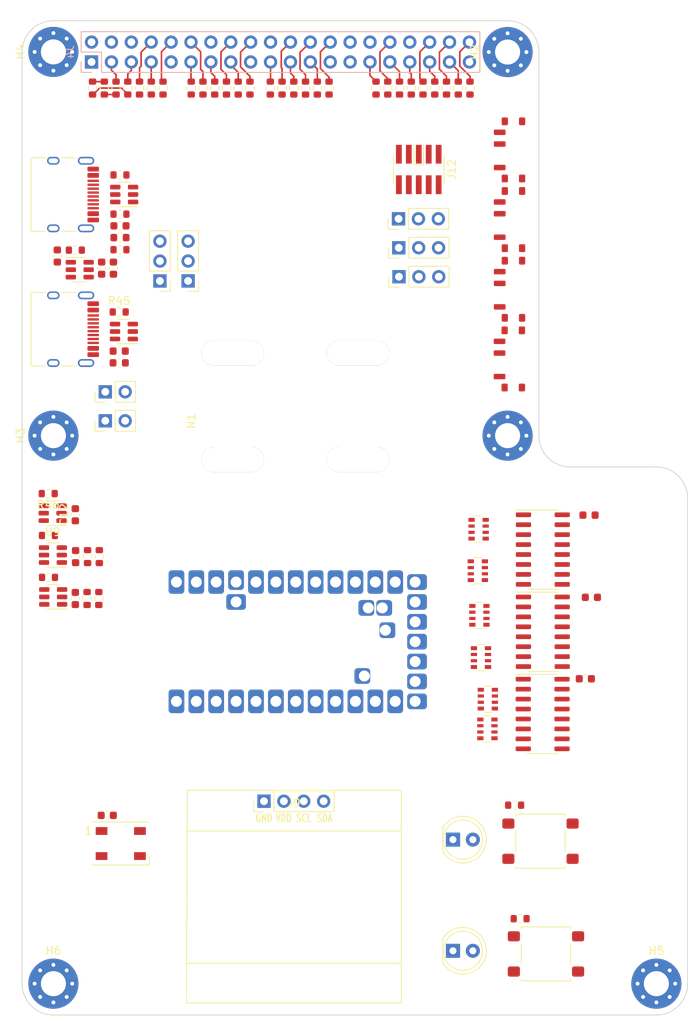
<source format=kicad_pcb>
(kicad_pcb (version 20211014) (generator pcbnew)
  (layers (0 "F.Cu" signal) (31 "B.Cu" signal) (34 "B.Paste" user) (35 "F.Paste" user) (36 "B.SilkS" user "B.Silkscreen") (37 "F.SilkS" user "F.Silkscreen") (38 "B.Mask" user) (39 "F.Mask" user) (44 "Edge.Cuts" user))
  (net 0 "")
  (net 1 "Net-(C1-Pad1)")
  (net 2 "GND")
  (net 3 "Net-(C2-Pad1)")
  (net 4 "/SP_VBUS")
  (net 5 "VCC")
  (net 6 "Net-(C6-Pad1)")
  (net 7 "+3V3")
  (net 8 "+5V")
  (net 10 "/SP_WS2812")
  (net 11 "Net-(F2-Pad1)")
  (net 12 "Net-(J1-PadA5)")
  (net 13 "Net-(J1-PadA6)")
  (net 14 "Net-(J1-PadA7)")
  (net 16 "Net-(J1-PadB5)")
  (net 18 "/SP_D+")
  (net 19 "/IO0")
  (net 20 "/IO1")
  (net 21 "/IO2")
  (net 22 "/IO3")
  (net 23 "/IO4")
  (net 24 "/IO5")
  (net 25 "/IO6")
  (net 26 "/IO7")
  (net 27 "/IO8")
  (net 28 "/IO9")
  (net 29 "/IO12")
  (net 30 "/IO13")
  (net 31 "/IO14")
  (net 32 "/IO15")
  (net 33 "/IO16")
  (net 34 "/IO21")
  (net 35 "/IO23")
  (net 36 "/IO20")
  (net 37 "/IO22")
  (net 38 "/IO26")
  (net 39 "/IO27")
  (net 40 "/IO28")
  (net 41 "/IO29")
  (net 42 "+3.3VP")
  (net 43 "/SP_nRST")
  (net 44 "/SP_D-")
  (net 45 "Net-(J4-Pad3)")
  (net 46 "Net-(J4-Pad5)")
  (net 47 "Net-(J4-Pad7)")
  (net 48 "Net-(J4-Pad8)")
  (net 49 "Net-(J4-Pad10)")
  (net 50 "Net-(J4-Pad11)")
  (net 51 "Net-(J4-Pad12)")
  (net 52 "Net-(J4-Pad13)")
  (net 53 "Net-(J4-Pad15)")
  (net 54 "Net-(J4-Pad16)")
  (net 55 "Net-(J4-Pad18)")
  (net 56 "Net-(J4-Pad19)")
  (net 57 "Net-(J4-Pad21)")
  (net 58 "Net-(J4-Pad22)")
  (net 59 "Net-(J4-Pad23)")
  (net 60 "Net-(J4-Pad24)")
  (net 61 "Net-(J4-Pad26)")
  (net 64 "Net-(J4-Pad29)")
  (net 65 "Net-(J4-Pad31)")
  (net 66 "Net-(J4-Pad32)")
  (net 67 "Net-(J4-Pad33)")
  (net 68 "Net-(J4-Pad35)")
  (net 69 "Net-(J4-Pad36)")
  (net 70 "Net-(J4-Pad37)")
  (net 71 "Net-(J4-Pad38)")
  (net 72 "Net-(J4-Pad40)")
  (net 73 "/USB_HOST-")
  (net 74 "/USB-")
  (net 75 "/USB_HOST+")
  (net 76 "/USB+")
  (net 77 "/CC_SENSE")
  (net 78 "Net-(J8-PadA6)")
  (net 79 "Net-(J8-PadA7)")
  (net 81 "Net-(R46-Pad2)")
  (net 83 "/I2C_SDA")
  (net 84 "/I2C_SCL")
  (net 85 "/EXT_nRST")
  (net 86 "/RPI_nRST")
  (net 87 "/EXT_SWDCLK")
  (net 88 "/SP_SWDCLK")
  (net 89 "/RPI_SWDCLK")
  (net 90 "/EXT_SWDIO")
  (net 91 "/SP_SWDIO")
  (net 92 "/RPI_SWDIO")
  (net 93 "/LOAD_SW_nFAULT")
  (net 96 "Net-(R8-Pad1)")
  (net 97 "/SR_SER")
  (net 98 "/SR_CLK")
  (net 99 "/SR_nCLR")
  (net 100 "/SW_PASS")
  (net 101 "/SR_RCLK")
  (net 102 "/SW_FAIL")
  (net 103 "/SR_nOE")
  (net 104 "/SHT_CTRL_5V")
  (net 105 "/SHT_CTRL_3V3")
  (net 106 "/SEL_EXT_RST")
  (net 107 "/LOAD_SW_EN")
  (net 108 "/SEL_BOOTLD")
  (net 109 "/SEL_FW")
  (net 110 "/SEL_TEST")
  (net 111 "/SP_RUN")
  (net 112 "/SP_BOOT")
  (net 113 "/LED_FAIL")
  (net 114 "/LED_PASS")
  (net 115 "Net-(R39-Pad2)")
  (net 116 "Net-(R42-Pad1)")
  (net 117 "Net-(RN1-Pad1)")
  (net 118 "Net-(RN1-Pad2)")
  (net 119 "Net-(RN1-Pad3)")
  (net 120 "Net-(RN1-Pad4)")
  (net 121 "Net-(RN2-Pad1)")
  (net 122 "Net-(RN2-Pad2)")
  (net 123 "Net-(RN2-Pad3)")
  (net 124 "Net-(RN2-Pad4)")
  (net 125 "Net-(RN3-Pad1)")
  (net 126 "Net-(RN3-Pad2)")
  (net 127 "Net-(RN3-Pad3)")
  (net 128 "Net-(RN3-Pad4)")
  (net 129 "Net-(RN4-Pad1)")
  (net 130 "Net-(RN4-Pad2)")
  (net 131 "Net-(RN4-Pad3)")
  (net 132 "Net-(RN4-Pad4)")
  (net 133 "Net-(RN5-Pad1)")
  (net 134 "Net-(RN5-Pad2)")
  (net 135 "Net-(RN5-Pad3)")
  (net 136 "Net-(RN5-Pad4)")
  (net 137 "Net-(RN6-Pad1)")
  (net 138 "Net-(RN6-Pad2)")
  (net 139 "Net-(RN6-Pad3)")
  (net 140 "Net-(RN6-Pad4)")
  (net 142 "Net-(U4-Pad9)")
  (net 143 "Net-(U5-Pad9)")
  (footprint "Resistor_SMD:R_0603_1608Metric" (layer "F.Cu") (at 87.875 98.1 180)
    (fp_text reference "R39" hide)
    (fp_text value "0R0")
  )
  (footprint "josh-connectors:USB_C_Receptacle_HRO_TYPE-C-31-M-12" (layer "F.Cu") (at 89.54 66.4 -90)
    (fp_text reference "J8" hide)
    (fp_text value "USB_C_Receptacle_USB2.0")
  )
  (footprint "Capacitor_SMD:C_0603_1608Metric" (layer "F.Cu") (at 95.375 128.5)
    (fp_text reference "C3" hide)
    (fp_text value "100n")
  )
  (footprint "Resistor_SMD:R_0603_1608Metric" (layer "F.Cu") (at 140.2 35.6 90)
    (fp_text reference "R29" hide)
    (fp_text value "0R0")
  )
  (footprint "Resistor_SMD:R_0603_1608Metric" (layer "F.Cu") (at 91.3 56.3 180)
    (fp_text reference "R8" hide)
    (fp_text value "100K")
  )
  (footprint "josh-buttons-switches:SW_SPDT_PCM12" (layer "F.Cu") (at 146.925 43.5 90)
    (fp_text reference "SW3" hide)
    (fp_text value "SW_SPDT")
  )
  (footprint "Resistor_SMD:R_0603_1608Metric" (layer "F.Cu") (at 122.2 35.6 -90)
    (fp_text reference "R28" hide)
    (fp_text value "10K")
  )
  (footprint "josh-test-point:TestPoint_Pogo_1.4mm_Drill_Off_Center" (layer "F.Cu") (at 130.5 102)
    (fp_text reference "TP4" hide)
    (fp_text value "SP_BOOT")
  )
  (footprint "Resistor_SMD:R_0603_1608Metric" (layer "F.Cu") (at 98 35.6 -90)
    (fp_text reference "R12" hide)
    (fp_text value "0R0")
  )
  (footprint "josh-buttons-switches:SW_SPDT_PCM12" (layer "F.Cu") (at 146.925 52.4 90)
    (fp_text reference "SW5" hide)
    (fp_text value "SW_SPDT")
  )
  (footprint "Resistor_SMD:R_Array_Convex_4x0603" (layer "F.Cu") (at 143.1 108.35 180)
    (fp_text reference "RN2" hide)
    (fp_text value "1K")
  )
  (footprint "Resistor_SMD:R_0603_1608Metric" (layer "F.Cu") (at 117.7 35.6 90)
    (fp_text reference "R27" hide)
    (fp_text value "0R0")
  )
  (footprint "Resistor_SMD:R_0603_1608Metric" (layer "F.Cu") (at 123.7 35.6 -90)
    (fp_text reference "R20" hide)
    (fp_text value "10K")
  )
  (footprint "Resistor_SMD:R_0603_1608Metric" (layer "F.Cu") (at 134.2 35.6 -90)
    (fp_text reference "R32" hide)
    (fp_text value "1K")
  )
  (footprint "josh-test-point:TestPoint_Pogo_1.4mm_Drill_Off_Center" (layer "F.Cu") (at 130.9 104.85)
    (fp_text reference "TP3" hide)
    (fp_text value "SP_RUN")
  )
  (footprint "LED_THT:LED_D5.0mm" (layer "F.Cu") (at 139.525 145.8)
    (fp_text reference "D2" hide)
    (fp_text value "RED")
  )
  (footprint "josh-buttons-switches:SW_SPDT_PCM12" (layer "F.Cu") (at 146.9 70.2 90)
    (fp_text reference "SW4" hide)
    (fp_text value "SW_SPDT")
  )
  (footprint "MountingHole:MountingHole_3.2mm_M3_Pad_Via" (layer "F.Cu") (at 165.5 150)
    (fp_text reference "H5")
    (fp_text value "M3")
  )
  (footprint "Capacitor_SMD:C_0603_1608Metric" (layer "F.Cu") (at 96.1625 58.6 -90)
    (fp_text reference "C1" hide)
    (fp_text value "10u")
  )
  (footprint "Capacitor_SMD:C_0603_1608Metric" (layer "F.Cu") (at 157.2 100.65)
    (fp_text reference "C8" hide)
    (fp_text value "100n")
  )
  (footprint "Capacitor_SMD:C_0603_1608Metric" (layer "F.Cu") (at 94.6625 58.6 -90)
    (fp_text reference "C4" hide)
    (fp_text value "100n")
  )
  (footprint "josh-buttons-switches:SW_Push_PTS645" (layer "F.Cu") (at 150.7 131.8)
    (fp_text reference "SW1" hide)
    (fp_text value "PASS")
  )
  (footprint "Package_TO_SOT_SMD:SOT-23-6" (layer "F.Cu") (at 88.475 100.6 180)
    (fp_text reference "U7" hide)
    (fp_text value "ADC101C027CIMK")
  )
  (footprint "Resistor_SMD:R_0603_1608Metric" (layer "F.Cu") (at 135.7 35.6 90)
    (fp_text reference "R9" hide)
    (fp_text value "0R0")
  )
  (footprint "Resistor_SMD:R_0603_1608Metric" (layer "F.Cu") (at 92.8625 95.45 -90)
    (fp_text reference "R44" hide)
    (fp_text value "100K")
  )
  (footprint "Resistor_SMD:R_Array_Convex_4x0603" (layer "F.Cu") (at 143.975 113.655 180)
    (fp_text reference "RN1" hide)
    (fp_text value "1K")
  )
  (footprint "Capacitor_SMD:C_0603_1608Metric" (layer "F.Cu") (at 91.3 100.8 90)
    (fp_text reference "C10" hide)
    (fp_text value "100n")
  )
  (footprint "josh-buttons-switches:SW_SPDT_PCM12" (layer "F.Cu") (at 146.925 61.3 90)
    (fp_text reference "SW6" hide)
    (fp_text value "SW_SPDT")
  )
  (footprint "Package_TO_SOT_SMD:SOT-23-6" (layer "F.Cu") (at 97.5 66.7 180)
    (fp_text reference "U3" hide)
    (fp_text value "USBLC6-2SC6")
  )
  (footprint "Resistor_SMD:R_0603_1608Metric" (layer "F.Cu") (at 94.3 100.8 90)
    (fp_text reference "R37" hide)
    (fp_text value "10K")
  )
  (footprint "Resistor_SMD:R_0603_1608Metric" (layer "F.Cu") (at 97 46.7 180)
    (fp_text reference "R1" hide)
    (fp_text value "5K1")
  )
  (footprint "Package_SO:SOIC-16_3.9x9.9mm_P1.27mm" (layer "F.Cu") (at 151 105.05)
    (fp_text reference "U5" hide)
    (fp_text value "74HC595")
  )
  (footprint "Resistor_SMD:R_Array_Convex_4x0603" (layer "F.Cu") (at 142.7 97.25 180)
    (fp_text reference "RN6" hide)
    (fp_text value "1K")
  )
  (footprint "Resistor_SMD:R_0603_1608Metric" (layer "F.Cu") (at 87.8375 87.4 180)
    (fp_text reference "R46")
    (fp_text value "0R0")
  )
  (footprint "josh-mechanical:GH-201A_X_Adj" (layer "F.Cu") (at 119.4 76.25 90)
    (fp_text reference "N1")
    (fp_text value "Toggle Clamp")
  )
  (footprint "Resistor_SMD:R_0603_1608Metric" (layer "F.Cu") (at 148.1 141.7 180)
    (fp_text reference "R34" hide)
    (fp_text value "10K")
  )
  (footprint "Resistor_SMD:R_0603_1608Metric" (layer "F.Cu") (at 101 35.6 -90)
    (fp_text reference "R14" hide)
    (fp_text value "0R0")
  )
  (footprint "Resistor_SMD:R_Array_Convex_4x0603" (layer "F.Cu") (at 143.925 117.455 180)
    (fp_text reference "RN4" hide)
    (fp_text value "1K")
  )
  (footprint "Package_TO_SOT_SMD:SOT-23-6" (layer "F.Cu") (at 97.5375 49.2 180)
    (fp_text reference "U2" hide)
    (fp_text value "USBLC6-2SC6")
  )
  (footprint "josh-passives-smt:Fuse_0603_1608Metric" (layer "F.Cu") (at 96.9 70.7 180)
    (fp_text reference "F2" hide)
    (fp_text value "500mA")
  )
  (footprint "josh-passives-smt:Fuse_0603_1608Metric" (layer "F.Cu") (at 97 54.7 180)
    (fp_text reference "F1" hide)
    (fp_text value "500mA")
  )
  (footprint "MountingHole:MountingHole_3.2mm_M3_Pad_Via" (layer "F.Cu") (at 88.5 30.98 90)
    (fp_text reference "H4")
    (fp_text value "M3")
  )
  (footprint "Resistor_SMD:R_0603_1608Metric" (layer "F.Cu") (at 97 51.7 180)
    (fp_text reference "R3" hide)
    (fp_text value "5K1")
  )
  (footprint "Resistor_SMD:R_0603_1608Metric" (layer "F.Cu") (at 102.5 35.6 90)
    (fp_text reference "R5" hide)
    (fp_text value "0R0")
  )
  (footprint "Resistor_SMD:R_0603_1608Metric" (layer "F.Cu") (at 107.6 35.6 90)
    (fp_text reference "R13" hide)
    (fp_text value "0R0")
  )
  (footprint "Connector_PinHeader_2.54mm:PinHeader_1x03_P2.54mm_Vertical" (layer "F.Cu") (at 132.575 52.3 90)
    (fp_text reference "J10" hide)
    (fp_text value "RST")
  )
  (footprint "josh-connectors:USB_C_Receptacle_HRO_TYPE-C-31-M-12" (layer "F.Cu") (at 89.54 49.2 -90)
    (fp_text reference "J1" hide)
    (fp_text value "USB_C_Receptacle_USB2.0")
  )
  (footprint "MountingHole:MountingHole_3.2mm_M3_Pad_Via" (layer "F.Cu") (at 146.5 31 90)
    (fp_text reference "H2")
    (fp_text value "M3")
  )
  (footprint "Resistor_SMD:R_0603_1608Metric" (layer "F.Cu") (at 96.5 35.6 -90)
    (fp_text reference "R10" hide)
    (fp_text value "0R0")
  )
  (footprint "Resistor_SMD:R_0603_1608Metric" (layer "F.Cu") (at 129.7 35.6 -90)
    (fp_text reference "R16" hide)
    (fp_text value "0R0")
  )
  (footprint "LED_SMD:LED_WS2812B_PLCC4_5.0x5.0mm_P3.2mm" (layer "F.Cu") (at 97.1 132.1)
    (fp_text reference "D1" hide)
    (fp_text value "WS2812B")
  )
  (footprint "Resistor_SMD:R_0603_1608Metric" (layer "F.Cu") (at 93.5 35.6 -90)
    (fp_text reference "R7" hide)
    (fp_text value "4K7")
  )
  (footprint "Resistor_SMD:R_0603_1608Metric" (layer "F.Cu") (at 138.7 35.6 90)
    (fp_text reference "R17" hide)
    (fp_text value "0R0")
  )
  (footprint "Capacitor_SMD:C_0603_1608Metric" (layer "F.Cu") (at 91.3375 95.45 90)
    (fp_text reference "C11" hide)
    (fp_text value "100n")
  )
  (footprint "Resistor_SMD:R_0603_1608Metric" (layer "F.Cu") (at 95 35.6 -90)
    (fp_text reference "R6" hide)
    (fp_text value "4K7")
  )
  (footprint "josh-buttons-switches:SW_Push_PTS645" (layer "F.Cu") (at 151.4 146.2)
    (fp_text reference "SW2" hide)
    (fp_text value "FAIL")
  )
  (footprint "MountingHole:MountingHole_3.2mm_M3_Pad_Via" (layer "F.Cu") (at 146.5 80)
    (fp_text reference "H1" hide)
    (fp_text value "M3")
  )
  (footprint "Capacitor_SMD:C_0603_1608Metric" (layer "F.Cu") (at 96.9 69.2)
    (fp_text reference "C6" hide)
    (fp_text value "4u7")
  )
  (footprint "Connector_PinHeader_2.54mm:PinHeader_1x03_P2.54mm_Vertical" (layer "F.Cu") (at 132.605 56 90)
    (fp_text reference "J13" hide)
    (fp_text value "SWDIO")
  )
  (footprint "Capacitor_SMD:C_0603_1608Metric" (layer "F.Cu") (at 89 57.05 90)
    (fp_text reference "C5" hide)
    (fp_text value "100n")
  )
  (footprint "Capacitor_SMD:C_0603_1608Metric" (layer "F.Cu") (at 156.425 111.055)
    (fp_text reference "C9" hide)
    (fp_text value "100n")
  )
  (footprint "Package_TO_SOT_SMD:SOT-23-6" (layer "F.Cu") (at 88.4 89.9 180)
    (fp_text reference "U9")
    (fp_text value "ADC101C027CIMK")
  )
  (footprint "Package_SO:SOIC-16_3.9x9.9mm_P1.27mm" (layer "F.Cu") (at 151 94.55)
    (fp_text reference "U6" hide)
    (fp_text value "74HC595")
  )
  (footprint "Resistor_SMD:R_0603_1608Metric" (layer "F.Cu") (at 99.5 35.6 90)
    (fp_text reference "R4" hide)
    (fp_text value "0R0")
  )
  (footprint "Capacitor_SMD:C_0603_1608Metric" (layer "F.Cu") (at 156.9 90.15)
    (fp_text reference "C7" hide)
    (fp_text value "100n")
  )
  (footprint "Resistor_SMD:R_0603_1608Metric" (layer "F.Cu") (at 132.7 35.6 -90)
    (fp_text reference "R18" hide)
    (fp_text value "10K")
  )
  (footprint "Connector_PinHeader_2.54mm:PinHeader_1x02_P2.54mm_Vertical" (layer "F.Cu") (at 95.125 78.1 90)
    (fp_text reference "J3" hide)
    (fp_text value "SP_PWR")
  )
  (footprint "Package_SO:SOIC-16_3.9x9.9mm_P1.27mm" (layer "F.Cu") (at 150.975 115.555)
    (fp_text reference "U4" hide)
    (fp_text value "74HC595")
  )
  (footprint "Resistor_SMD:R_Array_Convex_4x0603" (layer "F.Cu") (at 142.9 102.95 180)
    (fp_text reference "RN5" hide)
    (fp_text value "1K")
  )
  (footprint "Capacitor_SMD:C_0603_1608Metric" (layer "F.Cu") (at 97 53.2)
    (fp_text reference "C2" hide)
    (fp_text value "4u7")
  )
  (footprint "Connector_PinHeader_2.54mm:PinHeader_1x03_P2.54mm_Vertical" (layer "F.Cu") (at 105.7 60.235 180)
    (fp_text reference "J6" hide)
    (fp_text value "D+ SEL")
  )
  (footprint "Resistor_SMD:R_0603_1608Metric" (layer "F.Cu") (at 110.6 35.6 90)
    (fp_text reference "R23" hide)
    (fp_text value "0R0")
  )
  (footprint "Resistor_SMD:R_0603_1608Metric" (layer "F.Cu") (at 112.1 35.6 90)
    (fp_text reference "R21" hide)
    (fp_text value "0R0")
  )
  (footprint "josh-test-point:TestPoint_Pogo_1.4mm_Drill_Off_Center" (layer "F.Cu") (at 128.2 110.7 180)
    (fp_text reference "TP2" hide)
    (fp_text value "SP_SWDCLK")
  )
  (footprint "Capacitor_SMD:C_0603_1608Metric" (layer "F.Cu") (at 91.3 90.1 90)
    (fp_text reference "C12")
    (fp_text value "100n")
  )
  (footprint "Package_TO_SOT_SMD:SOT-23-6" (layer "F.Cu") (at 88.4375 95.25 180)
    (fp_text reference "U8" hide)
    (fp_text value "ADC101C027CIMK")
  )
  (footprint "Resistor_SMD:R_0603_1608Metric" (layer "F.Cu") (at 106.1 35.6 90)
    (fp_text reference "R11" hide)
    (fp_text value "0R0")
  )
  (footprint "Resistor_SMD:R_0603_1608Metric" (layer "F.Cu") (at 94.3625 95.45 90)
    (fp_text reference "R38" hide)
    (fp_text value "10K")
  )
  (footprint "Resistor_SMD:R_0603_1608Metric" (layer "F.Cu") (at 87.8625 92.75)
    (fp_text reference "R42" hide)
    (fp_text value "0R")
  )
  (footprint "Connector_PinHeader_2.54mm:PinHeader_1x03_P2.54mm_Vertical" (layer "F.Cu") (at 132.63 59.7 90)
    (fp_text reference "J11" hide)
    (fp_text value "SWDCLK")
  )
  (footprint "Resistor_SMD:R_0603_1608Metric" (layer "F.Cu") (at 131.2 35.6 -90)
    (fp_text reference "R31" hide)
    (fp_text value "1K")
  )
  (footprint "josh-module:Sea-Picro_EXT_Pogo_Pins" (layer "F.Cu") (at 119.5 106.4 90)
    (fp_text reference "J2" hide)
    (fp_text value "Sea-Picro")
  )
  (footprint "Connector_PinHeader_2.54mm:PinHeader_1x03_P2.54mm_Vertical" (layer "F.Cu") (at 102.1 60.24 180)
    (fp_text reference "J5" hide)
    (fp_text value "D- SEL")
  )
  (footprint "Resistor_SMD:R_0603_1608Metric" (layer "F.Cu") (at 119.2 35.6 -90)
    (fp_text reference "R24" hide)
    (fp_text value "10K")
  )
  (footprint "MountingHole:MountingHole_3.2mm_M3_Pad_Via" (layer "F.Cu") (at 88.5 150)
    (fp_text reference "H6")
    (fp_text value "M3")
  )
  (footprint "Resistor_SMD:R_0603_1608Metric" (layer "F.Cu") (at 109.1 35.6 90)
    (fp_text reference "R30" hide)
    (fp_text value "0R0")
  )
  (footprint "Resistor_SMD:R_0603_1608Metric" (layer "F.Cu") (at 137.2 35.6 90)
    (fp_text reference "R15" hide)
    (fp_text value "0R0")
  )
  (footprint "Resistor_SMD:R_0603_1608Metric" (layer "F.Cu") (at 141.7 35.6 90)
    (fp_text reference "R19" hide)
    (fp_text value "0R0")
  )
  (footprint "Resistor_SMD:R_0603_1608Metric" (layer "F.Cu") (at 92.8 100.8 -90)
    (fp_text reference "R43" hide)
    (fp_text value "100K")
  )
  (footprint "Resistor_SMD:R_0603_1608Metric" (layer "F.Cu") (at 97 56.25)
    (fp_text reference "R2" hide)
    (fp_text value "10K")
  )
  (footprint "Package_TO_SOT_SMD:SOT-23-6" (layer "F.Cu") (at 91.8625 58.8)
    (fp_text reference "U1" hide)
    (fp_text value "AP22653")
  )
  (footprint "LED_THT:LED_D5.0mm" (layer "F.Cu") (at 139.525 131.6)
    (fp_text reference "D3" hide)
    (fp_text value "GRN")
  )
  (footprint "Resistor_SMD:R_0603_1608Metric" (layer "F.Cu") (at 147.4 127.2 180)
    (fp_text reference "R33" hide)
    (fp_text value "10K")
  )
  (footprint "Resistor_SMD:R_0603_1608Metric" (layer "F.Cu") (at 120.7 35.6 -90)
    (fp_text reference "R22" hide)
    (fp_text value "10K")
  )
  (footprint "Resistor_SMD:R_0603_1608Metric" (layer "F.Cu") (at 96.9 64.2)
    (fp_text reference "R45")
    (fp_text value "5K1")
  )
  (footprint "Resistor_SMD:R_0603_1608Metric" (layer "F.Cu") (at 116.2 35.6 -90)
    (fp_text reference "R26" hide)
    (fp_text value "10K")
  )
  (footprint "Resistor_SMD:R_Array_Convex_4x0603" (layer "F.Cu") (at 142.8 91.95 180)
    (fp_text reference "RN3" hide)
    (fp_text value "1K")
  )
  (footprint "josh-test-point:TestPoint_Pogo_1.4mm_Drill_Off_Center" (layer "F.Cu") (at 128.7 102 180)
    (fp_text reference "TP1" hide)
    (fp_text value "SP_SWDIO")
  )
  (footprint "josh-module:OLED_SSD1306_I2C_0.96" (layer "F.Cu") (at 119.2 126.692)
    (fp_text reference "J9")
    (fp_text value "SSD1306 OLED")
  )
  (footprint "Resistor_SMD:R_0603_1608Metric" (layer "F.Cu") (at 113.6 35.6 90)
    (fp_text reference "R25" hide)
    (fp_text value "0R0")
  )
  (footprint "MountingHole:MountingHole_3.2mm_M3_Pad_Via" (layer "F.Cu") (at 88.5 80 90)
    (fp_text reference "H3")
    (fp_text value "M3")
  )
  (footprint "Connector_PinHeader_2.54mm:PinHeader_1x02_P2.54mm_Vertical" (layer "F.Cu") (at 95.125 74.4 90)
    (fp_text reference "J7" hide)
    (fp_text value "USB_PWR")
  )
  (footprint "josh-connectors:SAMTEC_FTSH-105-01-L-DV-R-TR" (layer "F.Cu") (at 135.155 46 -90)
    (fp_text reference "J12")
    (fp_text value "SWD")
  )
  (footprint "Connector_PinSocket_2.54mm:PinSocket_2x20_P2.54mm_Vertical" (layer "B.Cu") (at 93.37 32.27 -90)
    (fp_text reference "J4")
    (fp_text value "Raspberry_Pi_2_3")
  )
  (gr_arc (start 146.5 27) (mid 149.328427 28.171573) (end 150.5 31) (layer "Edge.Cuts") (width 0.1))
  (gr_arc (start 88.5 154) (mid 85.671573 152.828427) (end 84.5 150) (layer "Edge.Cuts") (width 0.1))
  (gr_line (start 165.5 154) (end 88.5 154) (layer "Edge.Cuts") (width 0.1))
  (gr_line (start 165.5 84) (end 154.5 84) (layer "Edge.Cuts") (width 0.1))
  (gr_arc (start 154.5 84) (mid 151.671573 82.828427) (end 150.5 80) (layer "Edge.Cuts") (width 0.1))
  (gr_arc (start 165.5 84) (mid 168.328427 85.171573) (end 169.5 88) (layer "Edge.Cuts") (width 0.1))
  (gr_line (start 150.5 80) (end 150.5 31) (layer "Edge.Cuts") (width 0.1))
  (gr_line (start 84.5 31) (end 84.5 150) (layer "Edge.Cuts") (width 0.1))
  (gr_arc (start 169.5 150) (mid 168.328427 152.828427) (end 165.5 154) (layer "Edge.Cuts") (width 0.1))
  (gr_arc (start 84.5 31) (mid 85.671573 28.171573) (end 88.5 27) (layer "Edge.Cuts") (width 0.1))
  (gr_line (start 88.5 27) (end 146.5 27) (layer "Edge.Cuts") (width 0.1))
  (gr_line (start 169.5 150) (end 169.5 88) (layer "Edge.Cuts") (width 0.1))
  (segment (start 95 34.775) (end 93.5 34.775) (width 0.2) (layer "F.Cu") (net 7))
  (segment (start 96.5 33.9) (end 95.91 33.31) (width 0.2) (layer "F.Cu") (net 45))
  (segment (start 95.91 33.31) (end 95.91 32.27) (width 0.2) (layer "F.Cu") (net 45))
  (segment (start 96.5 34.775) (end 96.5 33.9) (width 0.2) (layer "F.Cu") (net 45))
  (segment (start 98.45 33.35) (end 98 33.8) (width 0.2) (layer "F.Cu") (net 46))
  (segment (start 98.45 32.27) (end 98.45 33.35) (width 0.2) (layer "F.Cu") (net 46))
  (segment (start 98 33.8) (end 98 34.775) (width 0.2) (layer "F.Cu") (net 46))
  (segment (start 100.99 34.765) (end 101 34.775) (width 0.2) (layer "F.Cu") (net 47))
  (segment (start 100.99 32.27) (end 100.99 34.765) (width 0.2) (layer "F.Cu") (net 47))
  (segment (start 99.5 33) (end 99.7 32.8) (width 0.2) (layer "F.Cu") (net 48))
  (segment (start 99.5 34.775) (end 99.5 33) (width 0.2) (layer "F.Cu") (net 48))
  (segment (start 99.7 32.8) (end 99.7 31.02) (width 0.2) (layer "F.Cu") (net 48))
  (segment (start 99.7 31.02) (end 100.99 29.73) (width 0.2) (layer "F.Cu") (net 48))
  (segment (start 102.5 34.775) (end 102.3 34.575) (width 0.2) (layer "F.Cu") (net 49))
  (segment (start 102.3 34.575) (end 102.3 30.96) (width 0.2) (layer "F.Cu") (net 49))
  (segment (start 102.3 30.96) (end 103.53 29.73) (width 0.2) (layer "F.Cu") (net 49))
  (segment (start 106.07 34.745) (end 106.07 32.27) (width 0.2) (layer "F.Cu") (net 50))
  (segment (start 106.1 34.775) (end 106.07 34.745) (width 0.2) (layer "F.Cu") (net 50))
  (segment (start 107.6 34.775) (end 107.6 33.5) (width 0.2) (layer "F.Cu") (net 51))
  (segment (start 107.6 33.5) (end 107.3 33.2) (width 0.2) (layer "F.Cu") (net 51))
  (segment (start 107.3 30.96) (end 106.07 29.73) (width 0.2) (layer "F.Cu") (net 51))
  (segment (start 107.3 33.2) (end 107.3 30.96) (width 0.2) (layer "F.Cu") (net 51))
  (segment (start 108.61 33.61) (end 108.61 32.27) (width 0.2) (layer "F.Cu") (net 52))
  (segment (start 109.1 34.775) (end 109.1 34.1) (width 0.2) (layer "F.Cu") (net 52))
  (segment (start 109.1 34.1) (end 108.61 33.61) (width 0.2) (layer "F.Cu") (net 52))
  (segment (start 111.15 32.65) (end 112.1 33.6) (width 0.2) (layer "F.Cu") (net 53))
  (segment (start 111.15 32.27) (end 111.15 32.65) (width 0.2) (layer "F.Cu") (net 53))
  (segment (start 112.1 33.6) (end 112.1 34.775) (width 0.2) (layer "F.Cu") (net 53))
  (segment (start 110.6 33.9) (end 109.9 33.2) (width 0.2) (layer "F.Cu") (net 54))
  (segment (start 109.9 33.2) (end 109.9 30.98) (width 0.2) (layer "F.Cu") (net 54))
  (segment (start 110.6 34.775) (end 110.6 33.9) (width 0.2) (layer "F.Cu") (net 54))
  (segment (start 109.9 30.98) (end 111.15 29.73) (width 0.2) (layer "F.Cu") (net 54))
  (segment (start 113.6 34.775) (end 113.6 34.1) (width 0.2) (layer "F.Cu") (net 55))
  (segment (start 112.4 32.9) (end 112.4 31.02) (width 0.2) (layer "F.Cu") (net 55))
  (segment (start 113.6 34.1) (end 112.4 32.9) (width 0.2) (layer "F.Cu") (net 55))
  (segment (start 112.4 31.02) (end 113.69 29.73) (width 0.2) (layer "F.Cu") (net 55))
  (segment (start 116.23 34.745) (end 116.23 32.27) (width 0.2) (layer "F.Cu") (net 56))
  (segment (start 116.2 34.775) (end 116.23 34.745) (width 0.2) (layer "F.Cu") (net 56))
  (segment (start 118.77 33.67) (end 118.77 32.27) (width 0.2) (layer "F.Cu") (net 57))
  (segment (start 119.2 34.1) (end 118.77 33.67) (width 0.2) (layer "F.Cu") (net 57))
  (segment (start 119.2 34.775) (end 119.2 34.1) (width 0.2) (layer "F.Cu") (net 57))
  (segment (start 117.6 30.9) (end 118.77 29.73) (width 0.2) (layer "F.Cu") (net 58))
  (segment (start 117.7 34.775) (end 117.7 33.1) (width 0.2) (layer "F.Cu") (net 58))
  (segment (start 117.7 33.1) (end 117.6 33) (width 0.2) (layer "F.Cu") (net 58))
  (segment (start 117.6 33) (end 117.6 30.9) (width 0.2) (layer "F.Cu") (net 58))
  (segment (start 122.2 34.775) (end 122.2 33.16) (width 0.2) (layer "F.Cu") (net 59))
  (segment (start 122.2 33.16) (end 121.31 32.27) (width 0.2) (layer "F.Cu") (net 59))
  (segment (start 120 31.04) (end 121.31 29.73) (width 0.2) (layer "F.Cu") (net 60))
  (segment (start 120.7 33.9) (end 120 33.2) (width 0.2) (layer "F.Cu") (net 60))
  (segment (start 120 33.2) (end 120 31.04) (width 0.2) (layer "F.Cu") (net 60))
  (segment (start 120.7 34.775) (end 120.7 33.9) (width 0.2) (layer "F.Cu") (net 60))
  (segment (start 122.6 30.98) (end 123.85 29.73) (width 0.2) (layer "F.Cu") (net 61))
  (segment (start 123.7 34.2) (end 122.6 33.1) (width 0.2) (layer "F.Cu") (net 61))
  (segment (start 122.6 33.1) (end 122.6 30.98) (width 0.2) (layer "F.Cu") (net 61))
  (segment (start 123.7 34.775) (end 123.7 34.2) (width 0.2) (layer "F.Cu") (net 61))
  (segment (start 129.7 34.775) (end 128.93 34.005) (width 0.2) (layer "F.Cu") (net 64))
  (segment (start 128.93 34.005) (end 128.93 32.27) (width 0.2) (layer "F.Cu") (net 64))
  (segment (start 132.7 33.5) (end 131.47 32.27) (width 0.2) (layer "F.Cu") (net 65))
  (segment (start 132.7 34.775) (end 132.7 33.5) (width 0.2) (layer "F.Cu") (net 65))
  (segment (start 130.2 31) (end 131.47 29.73) (width 0.2) (layer "F.Cu") (net 66))
  (segment (start 131.2 34.775) (end 131.2 34.4) (width 0.2) (layer "F.Cu") (net 66))
  (segment (start 131.2 34.4) (end 130.2 33.4) (width 0.2) (layer "F.Cu") (net 66))
  (segment (start 130.2 33.4) (end 130.2 31) (width 0.2) (layer "F.Cu") (net 66))
  (segment (start 134.01 33.61) (end 134.01 32.27) (width 0.2) (layer "F.Cu") (net 67))
  (segment (start 134.2 33.8) (end 134.01 33.61) (width 0.2) (layer "F.Cu") (net 67))
  (segment (start 134.2 34.775) (end 134.2 33.8) (width 0.2) (layer "F.Cu") (net 67))
  (segment (start 137.2 34.1) (end 136.55 33.45) (width 0.2) (layer "F.Cu") (net 68))
  (segment (start 137.2 34.775) (end 137.2 34.1) (width 0.2) (layer "F.Cu") (net 68))
  (segment (start 136.55 33.45) (end 136.55 32.27) (width 0.2) (layer "F.Cu") (net 68))
  (segment (start 135.3 34.375) (end 135.3 30.98) (width 0.2) (layer "F.Cu") (net 69))
  (segment (start 135.3 30.98) (end 136.55 29.73) (width 0.2) (layer "F.Cu") (net 69))
  (segment (start 135.7 34.775) (end 135.3 34.375) (width 0.2) (layer "F.Cu") (net 69))
  (segment (start 140.2 34.775) (end 140.2 33.38) (width 0.2) (layer "F.Cu") (net 70))
  (segment (start 140.2 33.38) (end 139.09 32.27) (width 0.2) (layer "F.Cu") (net 70))
  (segment (start 137.8 33.2) (end 137.8 31.02) (width 0.2) (layer "F.Cu") (net 71))
  (segment (start 137.8 31.02) (end 139.09 29.73) (width 0.2) (layer "F.Cu") (net 71))
  (segment (start 138.7 34.1) (end 137.8 33.2) (width 0.2) (layer "F.Cu") (net 71))
  (segment (start 138.7 34.775) (end 138.7 34.1) (width 0.2) (layer "F.Cu") (net 71))
  (segment (start 141.7 34.775) (end 141.7 34.1) (width 0.2) (layer "F.Cu") (net 72))
  (segment (start 140.4 30.96) (end 141.63 29.73) (width 0.2) (layer "F.Cu") (net 72))
  (segment (start 140.4 32.8) (end 140.4 30.96) (width 0.2) (layer "F.Cu") (net 72))
  (segment (start 141.7 34.1) (end 140.4 32.8) (width 0.2) (layer "F.Cu") (net 72))
  (segment (start 95 36.425) (end 96.5 36.425) (width 0.2) (layer "F.Cu") (net 83))
  (segment (start 97.2 35.6) (end 98 36.4) (width 0.2) (layer "F.Cu") (net 84))
  (segment (start 93.5 36.425) (end 93.575 36.425) (width 0.2) (layer "F.Cu") (net 84))
  (segment (start 93.575 36.425) (end 94.4 35.6) (width 0.2) (layer "F.Cu") (net 84))
  (segment (start 98 36.4) (end 98 36.425) (width 0.2) (layer "F.Cu") (net 84))
  (segment (start 94.4 35.6) (end 97.2 35.6) (width 0.2) (layer "F.Cu") (net 84))
)
</source>
